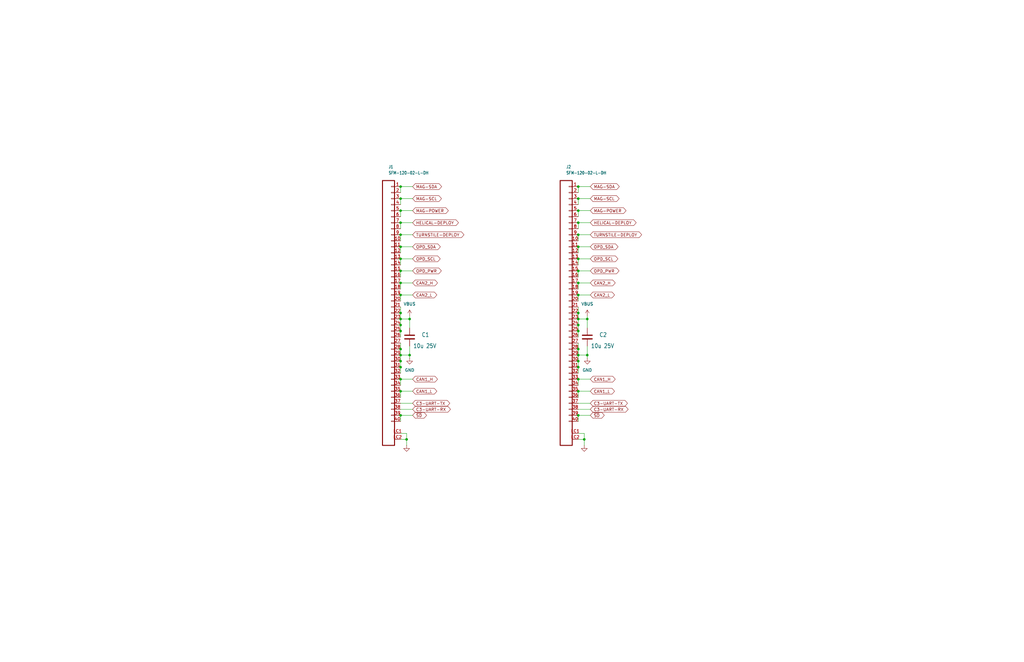
<source format=kicad_sch>
(kicad_sch (version 20250114) (generator "eeschema") (generator_version "9.0")
  (paper "B")
  (title_block (title "Flat Sat C3 Surrogate Adapter Board") (date "2026-02-05") (rev "1.0") (company "Portland State Aerospace Society"))
  (lib_symbols
    (symbol "Device:C" (pin_numbers (hide yes)) (pin_names (offset 0.254))
      (property "Reference" "C" (at 0.635 2.54 0))
      (property "Value" "C" (at 0.635 -2.54 0))
      (symbol "C_0_1"
        (polyline (pts (xy -2.032 0.762) (xy 2.032 0.762)) (stroke (width 0.508)))
        (polyline (pts (xy -2.032 -0.762) (xy 2.032 -0.762)) (stroke (width 0.508)))
      )
      (symbol "C_1_1"
        (pin passive line (at 0 3.81 270) (length 2.794) (name "~") (number "1"))
        (pin passive line (at 0 -3.81 90) (length 2.794) (name "~") (number "2"))
      )
    )
    (symbol "oresat-connectors:J-SAMTEC-SFM-120-X1-XXX-D" (pin_names (hide yes))
      (property "Reference" "J" (at -15.24 55.88 0))
      (property "Value" "J-SAMTEC-SFM-120-X1-XXX-D" (at 0 53.34 0))
      (symbol "J-SAMTEC-SFM-120-X1-XXX-D_0_1"
        (rectangle (start -2.54 50.8) (end 2.54 -60.96) (stroke (width 0.4)))
        (rectangle (start 2.413 48.387) (end 1.143 48.133) (stroke (width 0.1524)))
        (rectangle (start 2.413 45.847) (end 1.143 45.593) (stroke (width 0.1524)))
        (rectangle (start 2.413 43.307) (end 1.143 43.053) (stroke (width 0.1524)))
        (rectangle (start 2.413 40.767) (end 1.143 40.513) (stroke (width 0.1524)))
        (rectangle (start 2.413 38.227) (end 1.143 37.973) (stroke (width 0.1524)))
        (rectangle (start 2.413 35.687) (end 1.143 35.433) (stroke (width 0.1524)))
        (rectangle (start 2.413 33.147) (end 1.143 32.893) (stroke (width 0.1524)))
        (rectangle (start 2.413 30.607) (end 1.143 30.353) (stroke (width 0.1524)))
        (rectangle (start 2.413 28.067) (end 1.143 27.813) (stroke (width 0.1524)))
        (rectangle (start 2.413 25.527) (end 1.143 25.273) (stroke (width 0.1524)))
        (rectangle (start 2.413 22.987) (end 1.143 22.733) (stroke (width 0.1524)))
        (rectangle (start 2.413 20.447) (end 1.143 20.193) (stroke (width 0.1524)))
        (rectangle (start 2.413 17.907) (end 1.143 17.653) (stroke (width 0.1524)))
        (rectangle (start 2.413 15.367) (end 1.143 15.113) (stroke (width 0.1524)))
        (rectangle (start 2.413 12.827) (end 1.143 12.573) (stroke (width 0.1524)))
        (rectangle (start 2.413 10.287) (end 1.143 10.033) (stroke (width 0.1524)))
        (rectangle (start 2.413 7.747) (end 1.143 7.493) (stroke (width 0.1524)))
        (rectangle (start 2.413 5.207) (end 1.143 4.953) (stroke (width 0.1524)))
        (rectangle (start 2.413 2.667) (end 1.143 2.413) (stroke (width 0.1524)))
        (rectangle (start 2.413 0.127) (end 1.143 -0.127) (stroke (width 0.1524)))
        (rectangle (start 2.413 -2.413) (end 1.143 -2.667) (stroke (width 0.1524)))
        (rectangle (start 2.413 -4.953) (end 1.143 -5.207) (stroke (width 0.1524)))
        (rectangle (start 2.413 -7.493) (end 1.143 -7.747) (stroke (width 0.1524)))
        (rectangle (start 2.413 -10.033) (end 1.143 -10.287) (stroke (width 0.1524)))
        (rectangle (start 2.413 -12.573) (end 1.143 -12.827) (stroke (width 0.1524)))
        (rectangle (start 2.413 -15.113) (end 1.143 -15.367) (stroke (width 0.1524)))
        (rectangle (start 2.413 -17.653) (end 1.143 -17.907) (stroke (width 0.1524)))
        (rectangle (start 2.413 -20.193) (end 1.143 -20.447) (stroke (width 0.1524)))
        (rectangle (start 2.413 -22.733) (end 1.143 -22.987) (stroke (width 0.1524)))
        (rectangle (start 2.413 -25.273) (end 1.143 -25.527) (stroke (width 0.1524)))
        (rectangle (start 2.413 -27.813) (end 1.143 -28.067) (stroke (width 0.1524)))
        (rectangle (start 2.413 -30.353) (end 1.143 -30.607) (stroke (width 0.1524)))
        (rectangle (start 2.413 -32.893) (end 1.143 -33.147) (stroke (width 0.1524)))
        (rectangle (start 2.413 -35.433) (end 1.143 -35.687) (stroke (width 0.1524)))
        (rectangle (start 2.413 -37.973) (end 1.143 -38.227) (stroke (width 0.1524)))
        (rectangle (start 2.413 -40.513) (end 1.143 -40.767) (stroke (width 0.1524)))
        (rectangle (start 2.413 -43.053) (end 1.143 -43.307) (stroke (width 0.1524)))
        (rectangle (start 2.413 -45.593) (end 1.143 -45.847) (stroke (width 0.1524)))
        (rectangle (start 2.413 -48.133) (end 1.143 -48.387) (stroke (width 0.1524)))
        (rectangle (start 2.413 -50.673) (end 1.143 -50.927) (stroke (width 0.1524)))
      )
      (symbol "J-SAMTEC-SFM-120-X1-XXX-D_1_1"
        (pin passive line (at 5.08 48.26 180) (length 2.54) (name "") (number "1"))
        (pin passive line (at 5.08 45.72 180) (length 2.54) (name "") (number "2"))
        (pin passive line (at 5.08 43.18 180) (length 2.54) (name "") (number "3"))
        (pin passive line (at 5.08 40.64 180) (length 2.54) (name "") (number "4"))
        (pin passive line (at 5.08 38.1 180) (length 2.54) (name "") (number "5"))
        (pin passive line (at 5.08 35.56 180) (length 2.54) (name "") (number "6"))
        (pin passive line (at 5.08 33.02 180) (length 2.54) (name "") (number "7"))
        (pin passive line (at 5.08 30.48 180) (length 2.54) (name "") (number "8"))
        (pin passive line (at 5.08 27.94 180) (length 2.54) (name "") (number "9"))
        (pin passive line (at 5.08 25.4 180) (length 2.54) (name "") (number "10"))
        (pin passive line (at 5.08 22.86 180) (length 2.54) (name "") (number "11"))
        (pin passive line (at 5.08 20.32 180) (length 2.54) (name "") (number "12"))
        (pin passive line (at 5.08 17.78 180) (length 2.54) (name "") (number "13"))
        (pin passive line (at 5.08 15.24 180) (length 2.54) (name "") (number "14"))
        (pin passive line (at 5.08 12.7 180) (length 2.54) (name "") (number "15"))
        (pin passive line (at 5.08 10.16 180) (length 2.54) (name "") (number "16"))
        (pin passive line (at 5.08 7.62 180) (length 2.54) (name "") (number "17"))
        (pin passive line (at 5.08 5.08 180) (length 2.54) (name "") (number "18"))
        (pin passive line (at 5.08 2.54 180) (length 2.54) (name "") (number "19"))
        (pin passive line (at 5.08 0 180) (length 2.54) (name "") (number "20"))
        (pin passive line (at 5.08 -2.54 180) (length 2.54) (name "") (number "21"))
        (pin passive line (at 5.08 -5.08 180) (length 2.54) (name "") (number "22"))
        (pin passive line (at 5.08 -7.62 180) (length 2.54) (name "") (number "23"))
        (pin passive line (at 5.08 -10.16 180) (length 2.54) (name "") (number "24"))
        (pin passive line (at 5.08 -12.7 180) (length 2.54) (name "") (number "25"))
        (pin passive line (at 5.08 -15.24 180) (length 2.54) (name "") (number "26"))
        (pin passive line (at 5.08 -17.78 180) (length 2.54) (name "") (number "27"))
        (pin passive line (at 5.08 -20.32 180) (length 2.54) (name "") (number "28"))
        (pin passive line (at 5.08 -22.86 180) (length 2.54) (name "") (number "29"))
        (pin passive line (at 5.08 -25.4 180) (length 2.54) (name "") (number "30"))
        (pin passive line (at 5.08 -27.94 180) (length 2.54) (name "") (number "31"))
        (pin passive line (at 5.08 -30.48 180) (length 2.54) (name "") (number "32"))
        (pin passive line (at 5.08 -33.02 180) (length 2.54) (name "") (number "33"))
        (pin passive line (at 5.08 -35.56 180) (length 2.54) (name "") (number "34"))
        (pin passive line (at 5.08 -38.1 180) (length 2.54) (name "") (number "35"))
        (pin passive line (at 5.08 -40.64 180) (length 2.54) (name "") (number "36"))
        (pin passive line (at 5.08 -43.18 180) (length 2.54) (name "") (number "37"))
        (pin passive line (at 5.08 -45.72 180) (length 2.54) (name "") (number "38"))
        (pin passive line (at 5.08 -48.26 180) (length 2.54) (name "") (number "39"))
        (pin passive line (at 5.08 -50.8 180) (length 2.54) (name "") (number "40"))
        (pin passive line (at 5.08 -55.88 180) (length 2.54) (name "") (number "LC1"))
        (pin passive line (at 5.08 -58.42 180) (length 2.54) (name "") (number "LC2"))
      )
    )
    (symbol "oresat-power:VBUS" (power) (pin_names (offset 0))
      (property "Value" "VBUS" (at 0 3.556 0))
      (symbol "VBUS_0_1"
        (polyline (pts (xy -0.762 1.27) (xy 0 2.54)))
        (polyline (pts (xy 0 2.54) (xy 0.762 1.27)))
        (polyline (pts (xy 0 0) (xy 0 2.54)))
      )
      (symbol "VBUS_1_1"
        (pin power_in line (at 0 0 90) (length 0) (hide yes) (name "VBUS") (number "1"))
      )
    )
    (symbol "power:GND" (power) (pin_numbers (hide yes)) (pin_names (offset 0) (hide yes))
      (property "Value" "GND" (at 0 -3.81 0))
      (symbol "GND_0_1"
        (polyline (pts (xy 0 0) (xy 0 -1.27) (xy 1.27 -1.27) (xy 0 -2.54) (xy -1.27 -1.27) (xy 0 -1.27)))
      )
      (symbol "GND_1_1"
        (pin power_in line (at 0 0 270) (length 0) (name "~") (number "1"))
      )
    )
  )
  (junction (at 172.72 134.62))
  (junction (at 243.84 154.94))
  (junction (at 243.84 160.02))
  (junction (at 243.84 114.3))
  (junction (at 168.91 160.02))
  (junction (at 168.91 165.1))
  (junction (at 168.91 104.14))
  (junction (at 168.91 109.22))
  (junction (at 243.84 152.4))
  (junction (at 171.45 185.42))
  (junction (at 243.84 119.38))
  (junction (at 243.84 175.26))
  (junction (at 243.84 88.9))
  (junction (at 243.84 149.86))
  (junction (at 168.91 147.32))
  (junction (at 243.84 139.7))
  (junction (at 168.91 99.06))
  (junction (at 247.65 149.86))
  (junction (at 172.72 149.86))
  (junction (at 243.84 124.46))
  (junction (at 243.84 109.22))
  (junction (at 168.91 114.3))
  (junction (at 168.91 137.16))
  (junction (at 168.91 124.46))
  (junction (at 243.84 137.16))
  (junction (at 243.84 147.32))
  (junction (at 168.91 152.4))
  (junction (at 243.84 134.62))
  (junction (at 168.91 88.9))
  (junction (at 168.91 83.82))
  (junction (at 168.91 139.7))
  (junction (at 243.84 93.98))
  (junction (at 168.91 154.94))
  (junction (at 243.84 99.06))
  (junction (at 243.84 132.08))
  (junction (at 168.91 132.08))
  (junction (at 243.84 83.82))
  (junction (at 168.91 93.98))
  (junction (at 168.91 175.26))
  (junction (at 243.84 165.1))
  (junction (at 243.84 78.74))
  (junction (at 243.84 104.14))
  (junction (at 246.38 185.42))
  (junction (at 168.91 149.86))
  (junction (at 168.91 134.62))
  (junction (at 168.91 78.74))
  (junction (at 247.65 134.62))
  (junction (at 168.91 119.38))
  (wire (pts (xy 168.91 182.88) (xy 171.45 182.88)))
  (wire (pts (xy 243.84 185.42) (xy 246.38 185.42)))
  (wire (pts (xy 243.84 129.54) (xy 243.84 132.08)))
  (wire (pts (xy 243.84 160.02) (xy 243.84 162.56)))
  (wire (pts (xy 243.84 165.1) (xy 243.84 167.64)))
  (wire (pts (xy 247.65 146.05) (xy 247.65 149.86)))
  (wire (pts (xy 243.84 93.98) (xy 248.92 93.98)))
  (wire (pts (xy 243.84 137.16) (xy 243.84 139.7)))
  (wire (pts (xy 248.92 124.46) (xy 243.84 124.46)))
  (wire (pts (xy 243.84 88.9) (xy 243.84 91.44)))
  (wire (pts (xy 168.91 139.7) (xy 168.91 142.24)))
  (wire (pts (xy 248.92 104.14) (xy 243.84 104.14)))
  (wire (pts (xy 168.91 109.22) (xy 168.91 111.76)))
  (wire (pts (xy 168.91 149.86) (xy 168.91 152.4)))
  (wire (pts (xy 243.84 119.38) (xy 243.84 121.92)))
  (wire (pts (xy 168.91 185.42) (xy 171.45 185.42)))
  (wire (pts (xy 243.84 83.82) (xy 243.84 86.36)))
  (wire (pts (xy 173.99 114.3) (xy 168.91 114.3)))
  (wire (pts (xy 243.84 104.14) (xy 243.84 106.68)))
  (wire (pts (xy 168.91 78.74) (xy 173.99 78.74)))
  (wire (pts (xy 173.99 99.06) (xy 168.91 99.06)))
  (wire (pts (xy 168.91 124.46) (xy 168.91 127)))
  (wire (pts (xy 248.92 109.22) (xy 243.84 109.22)))
  (wire (pts (xy 243.84 134.62) (xy 243.84 137.16)))
  (wire (pts (xy 168.91 78.74) (xy 168.91 81.28)))
  (wire (pts (xy 173.99 124.46) (xy 168.91 124.46)))
  (wire (pts (xy 172.72 134.62) (xy 172.72 138.43)))
  (wire (pts (xy 243.84 109.22) (xy 243.84 111.76)))
  (wire (pts (xy 243.84 175.26) (xy 243.84 177.8)))
  (wire (pts (xy 243.84 119.38) (xy 248.92 119.38)))
  (wire (pts (xy 172.72 151.13) (xy 172.72 149.86)))
  (wire (pts (xy 168.91 175.26) (xy 168.91 177.8)))
  (wire (pts (xy 248.92 165.1) (xy 243.84 165.1)))
  (wire (pts (xy 243.84 182.88) (xy 246.38 182.88)))
  (wire (pts (xy 168.91 129.54) (xy 168.91 132.08)))
  (wire (pts (xy 173.99 104.14) (xy 168.91 104.14)))
  (wire (pts (xy 243.84 83.82) (xy 248.92 83.82)))
  (wire (pts (xy 168.91 119.38) (xy 173.99 119.38)))
  (wire (pts (xy 168.91 83.82) (xy 168.91 86.36)))
  (wire (pts (xy 243.84 124.46) (xy 243.84 127)))
  (wire (pts (xy 168.91 172.72) (xy 173.99 172.72)))
  (wire (pts (xy 243.84 152.4) (xy 243.84 154.94)))
  (wire (pts (xy 168.91 83.82) (xy 173.99 83.82)))
  (wire (pts (xy 168.91 99.06) (xy 168.91 101.6)))
  (wire (pts (xy 173.99 165.1) (xy 168.91 165.1)))
  (wire (pts (xy 243.84 99.06) (xy 243.84 101.6)))
  (wire (pts (xy 168.91 132.08) (xy 168.91 134.62)))
  (wire (pts (xy 248.92 160.02) (xy 243.84 160.02)))
  (wire (pts (xy 168.91 93.98) (xy 168.91 96.52)))
  (wire (pts (xy 247.65 151.13) (xy 247.65 149.86)))
  (wire (pts (xy 168.91 154.94) (xy 168.91 157.48)))
  (wire (pts (xy 173.99 175.26) (xy 168.91 175.26)))
  (wire (pts (xy 172.72 146.05) (xy 172.72 149.86)))
  (wire (pts (xy 171.45 185.42) (xy 171.45 187.96)))
  (wire (pts (xy 171.45 182.88) (xy 171.45 185.42)))
  (wire (pts (xy 173.99 170.18) (xy 168.91 170.18)))
  (wire (pts (xy 172.72 149.86) (xy 168.91 149.86)))
  (wire (pts (xy 248.92 99.06) (xy 243.84 99.06)))
  (wire (pts (xy 168.91 152.4) (xy 168.91 154.94)))
  (wire (pts (xy 243.84 114.3) (xy 243.84 116.84)))
  (wire (pts (xy 248.92 175.26) (xy 243.84 175.26)))
  (wire (pts (xy 168.91 165.1) (xy 168.91 167.64)))
  (wire (pts (xy 243.84 144.78) (xy 243.84 147.32)))
  (wire (pts (xy 243.84 88.9) (xy 248.92 88.9)))
  (wire (pts (xy 243.84 149.86) (xy 243.84 152.4)))
  (wire (pts (xy 168.91 119.38) (xy 168.91 121.92)))
  (wire (pts (xy 243.84 78.74) (xy 248.92 78.74)))
  (wire (pts (xy 168.91 134.62) (xy 168.91 137.16)))
  (wire (pts (xy 243.84 154.94) (xy 243.84 157.48)))
  (wire (pts (xy 168.91 137.16) (xy 168.91 139.7)))
  (wire (pts (xy 247.65 149.86) (xy 243.84 149.86)))
  (wire (pts (xy 247.65 133.35) (xy 247.65 134.62)))
  (wire (pts (xy 172.72 134.62) (xy 168.91 134.62)))
  (wire (pts (xy 247.65 134.62) (xy 247.65 138.43)))
  (wire (pts (xy 246.38 182.88) (xy 246.38 185.42)))
  (wire (pts (xy 168.91 114.3) (xy 168.91 116.84)))
  (wire (pts (xy 168.91 104.14) (xy 168.91 106.68)))
  (wire (pts (xy 243.84 172.72) (xy 248.92 172.72)))
  (wire (pts (xy 173.99 109.22) (xy 168.91 109.22)))
  (wire (pts (xy 172.72 133.35) (xy 172.72 134.62)))
  (wire (pts (xy 168.91 93.98) (xy 173.99 93.98)))
  (wire (pts (xy 243.84 139.7) (xy 243.84 142.24)))
  (wire (pts (xy 168.91 144.78) (xy 168.91 147.32)))
  (wire (pts (xy 243.84 132.08) (xy 243.84 134.62)))
  (wire (pts (xy 173.99 160.02) (xy 168.91 160.02)))
  (wire (pts (xy 168.91 88.9) (xy 173.99 88.9)))
  (wire (pts (xy 248.92 170.18) (xy 243.84 170.18)))
  (wire (pts (xy 168.91 88.9) (xy 168.91 91.44)))
  (wire (pts (xy 168.91 160.02) (xy 168.91 162.56)))
  (wire (pts (xy 243.84 147.32) (xy 243.84 149.86)))
  (wire (pts (xy 247.65 134.62) (xy 243.84 134.62)))
  (wire (pts (xy 168.91 147.32) (xy 168.91 149.86)))
  (wire (pts (xy 248.92 114.3) (xy 243.84 114.3)))
  (wire (pts (xy 243.84 93.98) (xy 243.84 96.52)))
  (wire (pts (xy 243.84 78.74) (xy 243.84 81.28)))
  (wire (pts (xy 246.38 185.42) (xy 246.38 187.96)))
  (global_label "OPD_SCL" (shape bidirectional) (at 248.92 109.22 0) (effects (font (size 1.2446 1.2446))) (property "Intersheetrefs" "${INTERSHEET_REFS}" (effects (hide yes))))
  (global_label "C3-UART-TX" (shape bidirectional) (at 248.92 170.18 0) (effects (font (size 1.2446 1.2446))) (property "Intersheetrefs" "${INTERSHEET_REFS}" (effects (hide yes))))
  (global_label "MAG-POWER" (shape bidirectional) (at 173.99 88.9 0) (effects (font (size 1.2446 1.2446))) (property "Intersheetrefs" "${INTERSHEET_REFS}" (effects (hide yes))))
  (global_label "CAN2_H" (shape bidirectional) (at 248.92 119.38 0) (effects (font (size 1.2446 1.2446))) (property "Intersheetrefs" "${INTERSHEET_REFS}" (effects (hide yes))))
  (global_label "OPD_SCL" (shape bidirectional) (at 173.99 109.22 0) (effects (font (size 1.2446 1.2446))) (property "Intersheetrefs" "${INTERSHEET_REFS}" (effects (hide yes))))
  (global_label "CAN1_H" (shape bidirectional) (at 173.99 160.02 0) (effects (font (size 1.2446 1.2446))) (property "Intersheetrefs" "${INTERSHEET_REFS}" (effects (hide yes))))
  (global_label "MAG-SCL" (shape bidirectional) (at 248.92 83.82 0) (effects (font (size 1.2446 1.2446))) (property "Intersheetrefs" "${INTERSHEET_REFS}" (effects (hide yes))))
  (global_label "MAG-POWER" (shape bidirectional) (at 248.92 88.9 0) (effects (font (size 1.2446 1.2446))) (property "Intersheetrefs" "${INTERSHEET_REFS}" (effects (hide yes))))
  (global_label "MAG-SDA" (shape bidirectional) (at 248.92 78.74 0) (effects (font (size 1.2446 1.2446))) (property "Intersheetrefs" "${INTERSHEET_REFS}" (effects (hide yes))))
  (global_label "C3-UART-TX" (shape bidirectional) (at 173.99 170.18 0) (effects (font (size 1.2446 1.2446))) (property "Intersheetrefs" "${INTERSHEET_REFS}" (effects (hide yes))))
  (global_label "CAN1_L" (shape bidirectional) (at 173.99 165.1 0) (effects (font (size 1.2446 1.2446))) (property "Intersheetrefs" "${INTERSHEET_REFS}" (effects (hide yes))))
  (global_label "C3-UART-RX" (shape bidirectional) (at 173.99 172.72 0) (effects (font (size 1.2446 1.2446))) (property "Intersheetrefs" "${INTERSHEET_REFS}" (effects (hide yes))))
  (global_label "OPD_SDA" (shape bidirectional) (at 173.99 104.14 0) (effects (font (size 1.2446 1.2446))) (property "Intersheetrefs" "${INTERSHEET_REFS}" (effects (hide yes))))
  (global_label "HELICAL-DEPLOY" (shape bidirectional) (at 173.99 93.98 0) (effects (font (size 1.2446 1.2446))) (property "Intersheetrefs" "${INTERSHEET_REFS}" (effects (hide yes))))
  (global_label "~{SD}" (shape bidirectional) (at 248.92 175.26 0) (effects (font (size 1.2446 1.2446))) (property "Intersheetrefs" "${INTERSHEET_REFS}" (effects (hide yes))))
  (global_label "HELICAL-DEPLOY" (shape bidirectional) (at 248.92 93.98 0) (effects (font (size 1.2446 1.2446))) (property "Intersheetrefs" "${INTERSHEET_REFS}" (effects (hide yes))))
  (global_label "CAN2_L" (shape bidirectional) (at 248.92 124.46 0) (effects (font (size 1.2446 1.2446))) (property "Intersheetrefs" "${INTERSHEET_REFS}" (effects (hide yes))))
  (global_label "CAN1_H" (shape bidirectional) (at 248.92 160.02 0) (effects (font (size 1.2446 1.2446))) (property "Intersheetrefs" "${INTERSHEET_REFS}" (effects (hide yes))))
  (global_label "OPD_SDA" (shape bidirectional) (at 248.92 104.14 0) (effects (font (size 1.2446 1.2446))) (property "Intersheetrefs" "${INTERSHEET_REFS}" (effects (hide yes))))
  (global_label "MAG-SDA" (shape bidirectional) (at 173.99 78.74 0) (effects (font (size 1.2446 1.2446))) (property "Intersheetrefs" "${INTERSHEET_REFS}" (effects (hide yes))))
  (global_label "OPD_PWR" (shape bidirectional) (at 173.99 114.3 0) (effects (font (size 1.2446 1.2446))) (property "Intersheetrefs" "${INTERSHEET_REFS}" (effects (hide yes))))
  (global_label "MAG-SCL" (shape bidirectional) (at 173.99 83.82 0) (effects (font (size 1.2446 1.2446))) (property "Intersheetrefs" "${INTERSHEET_REFS}" (effects (hide yes))))
  (global_label "~{SD}" (shape bidirectional) (at 173.99 175.26 0) (effects (font (size 1.2446 1.2446))) (property "Intersheetrefs" "${INTERSHEET_REFS}" (effects (hide yes))))
  (global_label "OPD_PWR" (shape bidirectional) (at 248.92 114.3 0) (effects (font (size 1.2446 1.2446))) (property "Intersheetrefs" "${INTERSHEET_REFS}" (effects (hide yes))))
  (global_label "CAN1_L" (shape bidirectional) (at 248.92 165.1 0) (effects (font (size 1.2446 1.2446))) (property "Intersheetrefs" "${INTERSHEET_REFS}" (effects (hide yes))))
  (global_label "CAN2_H" (shape bidirectional) (at 173.99 119.38 0) (effects (font (size 1.2446 1.2446))) (property "Intersheetrefs" "${INTERSHEET_REFS}" (effects (hide yes))))
  (global_label "TURNSTILE-DEPLOY" (shape bidirectional) (at 173.99 99.06 0) (effects (font (size 1.2446 1.2446))) (property "Intersheetrefs" "${INTERSHEET_REFS}" (effects (hide yes))))
  (global_label "C3-UART-RX" (shape bidirectional) (at 248.92 172.72 0) (effects (font (size 1.2446 1.2446))) (property "Intersheetrefs" "${INTERSHEET_REFS}" (effects (hide yes))))
  (global_label "CAN2_L" (shape bidirectional) (at 173.99 124.46 0) (effects (font (size 1.2446 1.2446))) (property "Intersheetrefs" "${INTERSHEET_REFS}" (effects (hide yes))))
  (global_label "TURNSTILE-DEPLOY" (shape bidirectional) (at 248.92 99.06 0) (effects (font (size 1.2446 1.2446))) (property "Intersheetrefs" "${INTERSHEET_REFS}" (effects (hide yes))))
  (symbol (lib_id "Device:C") (at 172.72 142.24 0) (unit 1)
    (property "Reference" "C1" (at 177.8 142.24 0) (effects (font (size 1.778 1.5113)) (justify left bottom)))
    (property "Value" "10u 25V" (at 174.244 146.939 0) (effects (font (size 1.778 1.5113)) (justify left bottom)))
    (property "Footprint" "Capacitor_SMD:C_1206_3216Metric" (effects (hide yes)))
  )
  (symbol (lib_id "power:GND") (at 172.72 151.13 0) (unit 1)
    (property "Reference" "#PWR01" (effects (hide yes)))
    (property "Value" "GND" (at 172.72 156.21 0))
    (property "Description" "Power symbol creates a global label with name \"GND\" , ground" (effects (hide yes)))
  )
  (symbol (lib_id "oresat-power:VBUS") (at 247.65 133.35 0) (unit 1)
    (property "Reference" "#VBUS011" (effects (hide yes)))
    (property "Value" "VBUS" (at 247.65 128.27 0))
    (property "Description" "Power symbol creates a global label with name \"VBUS\"" (effects (hide yes)))
  )
  (symbol (lib_id "Device:C") (at 247.65 142.24 0) (unit 1)
    (property "Reference" "C2" (at 252.73 142.24 0) (effects (font (size 1.778 1.5113)) (justify left bottom)))
    (property "Value" "10u 25V" (at 249.174 146.939 0) (effects (font (size 1.778 1.5113)) (justify left bottom)))
    (property "Footprint" "Capacitor_SMD:C_1206_3216Metric" (effects (hide yes)))
  )
  (symbol (lib_id "oresat-power:VBUS") (at 172.72 133.35 0) (unit 1)
    (property "Reference" "#VBUS01" (effects (hide yes)))
    (property "Value" "VBUS" (at 172.72 128.27 0))
    (property "Description" "Power symbol creates a global label with name \"VBUS\"" (effects (hide yes)))
  )
  (symbol (lib_id "oresat-connectors:J-SAMTEC-SFM-120-X1-XXX-D") (at 163.83 127 0) (unit 1)
    (property "Reference" "J1" (at 163.83 71.12 0) (effects (font (size 1.27 1.0795)) (justify left bottom)))
    (property "Value" "SFM-120-02-L-DH" (at 163.83 73.66 0) (effects (font (size 1.27 1.0795)) (justify left bottom)))
    (property "Footprint" "oresat-connectors:J-SAMTEC-SFM-120-X1-XXX-D" (effects (hide yes)))
    (property "Datasheet" "https://suddendocs.samtec.com/productspecs/sfm-tfm.pdf" (effects (hide yes)))
    (property "Description" ".050\" (1.27 mm) Tiger Eye™ High Reliability Socket and Terminal Strips" (effects (hide yes)))
  )
  (symbol (lib_id "power:GND") (at 171.45 187.96 0) (unit 1)
    (property "Reference" "#GND01" (effects (hide yes)))
    (property "Value" "GND" (effects (hide yes)))
  )
  (symbol (lib_id "oresat-connectors:J-SAMTEC-SFM-120-X1-XXX-D") (at 238.76 127 0) (unit 1)
    (property "Reference" "J2" (at 238.76 71.12 0) (effects (font (size 1.27 1.0795)) (justify left bottom)))
    (property "Value" "SFM-120-02-L-DH" (at 238.76 73.66 0) (effects (font (size 1.27 1.0795)) (justify left bottom)))
    (property "Footprint" "oresat-connectors:J-SAMTEC-SFM-120-X1-XXX-D" (effects (hide yes)))
    (property "Datasheet" "https://suddendocs.samtec.com/productspecs/sfm-tfm.pdf" (effects (hide yes)))
    (property "Description" ".050\" (1.27 mm) Tiger Eye™ High Reliability Socket and Terminal Strips" (effects (hide yes)))
  )
  (symbol (lib_id "power:GND") (at 246.38 187.96 0) (unit 1)
    (property "Reference" "#GND0114" (effects (hide yes)))
    (property "Value" "GND" (effects (hide yes)))
  )
  (symbol (lib_id "power:GND") (at 247.65 151.13 0) (unit 1)
    (property "Reference" "#PWR031" (effects (hide yes)))
    (property "Value" "GND" (at 247.65 156.21 0))
    (property "Description" "Power symbol creates a global label with name \"GND\" , ground" (effects (hide yes)))
  )
)
</source>
